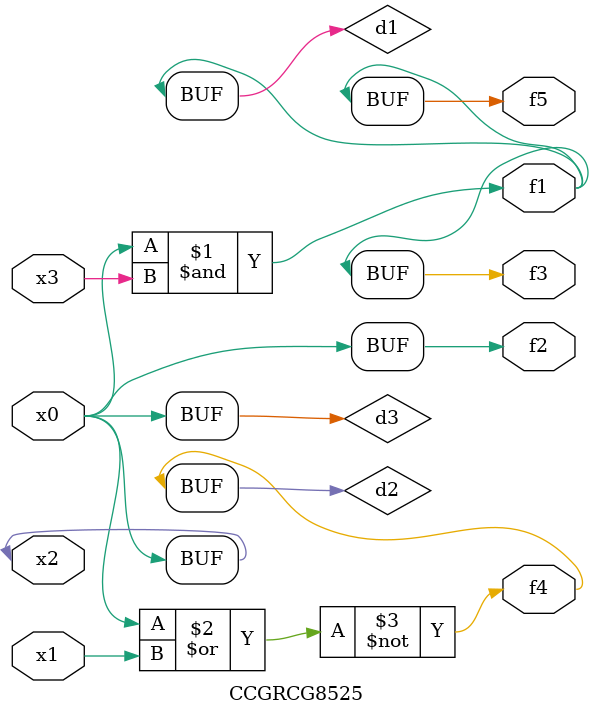
<source format=v>
module CCGRCG8525(
	input x0, x1, x2, x3,
	output f1, f2, f3, f4, f5
);

	wire d1, d2, d3;

	and (d1, x2, x3);
	nor (d2, x0, x1);
	buf (d3, x0, x2);
	assign f1 = d1;
	assign f2 = d3;
	assign f3 = d1;
	assign f4 = d2;
	assign f5 = d1;
endmodule

</source>
